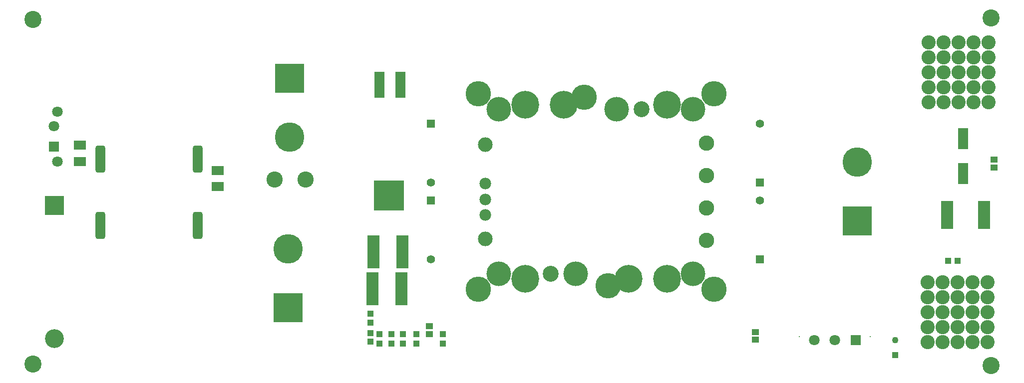
<source format=gts>
G04*
G04 #@! TF.GenerationSoftware,Altium Limited,Altium Designer,19.1.7 (138)*
G04*
G04 Layer_Color=8388736*
%FSLAX25Y25*%
%MOIN*%
G70*
G01*
G75*
%ADD26R,0.06902X0.14383*%
%ADD27R,0.07887X0.18910*%
%ADD28R,0.04147X0.04147*%
%ADD29R,0.04147X0.04147*%
%ADD30R,0.07887X0.06312*%
%ADD31R,0.04537X0.04143*%
%ADD32R,0.20485X0.20485*%
G04:AMPARAMS|DCode=33|XSize=68mil|YSize=183mil|CornerRadius=19mil|HoleSize=0mil|Usage=FLASHONLY|Rotation=0.000|XOffset=0mil|YOffset=0mil|HoleType=Round|Shape=RoundedRectangle|*
%AMROUNDEDRECTD33*
21,1,0.06800,0.14500,0,0,0.0*
21,1,0.03000,0.18300,0,0,0.0*
1,1,0.03800,0.01500,-0.07250*
1,1,0.03800,-0.01500,-0.07250*
1,1,0.03800,-0.01500,0.07250*
1,1,0.03800,0.01500,0.07250*
%
%ADD33ROUNDEDRECTD33*%
%ADD34R,0.08280X0.22060*%
%ADD35R,0.03950X0.03950*%
%ADD36R,0.06706X0.17335*%
%ADD37C,0.16942*%
%ADD38C,0.10642*%
%ADD39C,0.18595*%
%ADD40C,0.16430*%
%ADD41C,0.07769*%
%ADD42C,0.09776*%
%ADD43C,0.10288*%
%ADD44R,0.07099X0.07099*%
%ADD45C,0.07099*%
%ADD46C,0.00800*%
%ADD47C,0.09461*%
%ADD48C,0.11430*%
%ADD49R,0.04343X0.04343*%
%ADD50C,0.04343*%
%ADD51C,0.19698*%
%ADD52R,0.19698X0.19698*%
%ADD53R,0.05524X0.05524*%
%ADD54C,0.05524*%
%ADD55R,0.07099X0.07099*%
%ADD56C,0.12611*%
%ADD57R,0.12611X0.12611*%
%ADD58C,0.10800*%
D26*
X629921Y159252D02*
D03*
Y136024D02*
D03*
D27*
X619291Y108268D02*
D03*
X643701D02*
D03*
D28*
X626083Y77756D02*
D03*
X619980D02*
D03*
D29*
X234252Y42421D02*
D03*
Y36319D02*
D03*
X248031Y28642D02*
D03*
Y22539D02*
D03*
X240158D02*
D03*
Y28642D02*
D03*
X282480Y22539D02*
D03*
Y28642D02*
D03*
X255906D02*
D03*
Y22539D02*
D03*
X264764D02*
D03*
Y28642D02*
D03*
D30*
X132283Y138091D02*
D03*
Y127264D02*
D03*
X40157Y155020D02*
D03*
Y144193D02*
D03*
D31*
X491142Y30217D02*
D03*
Y24902D02*
D03*
X650591Y145374D02*
D03*
Y140059D02*
D03*
X273622Y34154D02*
D03*
Y28839D02*
D03*
D32*
X246457Y121260D02*
D03*
D33*
X118720Y145822D02*
D03*
X53720D02*
D03*
Y101422D02*
D03*
X118720D02*
D03*
D34*
X254921Y59055D02*
D03*
X235630D02*
D03*
X255512Y83858D02*
D03*
X236221D02*
D03*
D35*
X234252Y23622D02*
D03*
Y29528D02*
D03*
D36*
X240158Y195276D02*
D03*
X254331Y195276D02*
D03*
D37*
X392717Y61024D02*
D03*
X376969Y187008D02*
D03*
X306102Y189370D02*
D03*
Y58661D02*
D03*
X463583D02*
D03*
Y189370D02*
D03*
D38*
X320000Y69016D02*
D03*
X415197Y179016D02*
D03*
X354488Y69016D02*
D03*
D39*
X337598Y182205D02*
D03*
X432087Y65827D02*
D03*
X337598D02*
D03*
Y182205D02*
D03*
X432087D02*
D03*
X406496Y65827D02*
D03*
X363189Y182205D02*
D03*
D40*
X371063Y69016D02*
D03*
X398622Y179016D02*
D03*
X449685D02*
D03*
X320000D02*
D03*
Y69016D02*
D03*
X449685D02*
D03*
D41*
X311024Y108268D02*
D03*
Y118583D02*
D03*
Y129449D02*
D03*
D42*
Y92520D02*
D03*
Y155512D02*
D03*
D43*
X458661Y91535D02*
D03*
Y113189D02*
D03*
Y134843D02*
D03*
Y156496D02*
D03*
D44*
X558071Y24606D02*
D03*
D45*
X544291D02*
D03*
X530512D02*
D03*
X22835Y167717D02*
D03*
X25315Y144095D02*
D03*
Y177559D02*
D03*
D46*
X567913Y27087D02*
D03*
X520669D02*
D03*
D47*
X636142Y53307D02*
D03*
X646142D02*
D03*
X626142D02*
D03*
X616142D02*
D03*
X606142D02*
D03*
X646142Y63307D02*
D03*
Y43307D02*
D03*
Y33307D02*
D03*
Y23307D02*
D03*
X606142Y63307D02*
D03*
X616142D02*
D03*
X626142D02*
D03*
X636142D02*
D03*
X606142Y43307D02*
D03*
X616142D02*
D03*
X626142D02*
D03*
X636142D02*
D03*
X606142Y33307D02*
D03*
X616142D02*
D03*
X626142D02*
D03*
X636142D02*
D03*
X606142Y23307D02*
D03*
X616142D02*
D03*
X626142D02*
D03*
X636142D02*
D03*
X636969Y183740D02*
D03*
X626968D02*
D03*
X616968D02*
D03*
X606968D02*
D03*
X636969Y193740D02*
D03*
X626968D02*
D03*
X616968D02*
D03*
X606968D02*
D03*
X636969Y203740D02*
D03*
X626968D02*
D03*
X616968D02*
D03*
X606968D02*
D03*
X636969Y223740D02*
D03*
X626968D02*
D03*
X616968D02*
D03*
X606968D02*
D03*
X646969Y183740D02*
D03*
Y193740D02*
D03*
Y203740D02*
D03*
Y223740D02*
D03*
X606968Y213740D02*
D03*
X616968D02*
D03*
X626968D02*
D03*
X646969D02*
D03*
X636969D02*
D03*
D48*
X648622Y240158D02*
D03*
Y7874D02*
D03*
X8858Y239173D02*
D03*
Y8858D02*
D03*
D49*
X584646Y14764D02*
D03*
D50*
Y24606D02*
D03*
D51*
X559055Y143701D02*
D03*
X179134Y85630D02*
D03*
X180118Y160433D02*
D03*
D52*
X559055Y104331D02*
D03*
X179134Y46260D02*
D03*
X180118Y199803D02*
D03*
D53*
X494095Y129921D02*
D03*
Y78740D02*
D03*
X274606Y169291D02*
D03*
Y118110D02*
D03*
D54*
X494095Y169291D02*
D03*
Y118110D02*
D03*
X274606Y129921D02*
D03*
Y78740D02*
D03*
D55*
X22835Y153937D02*
D03*
D56*
X23228Y25591D02*
D03*
D57*
X23228Y114567D02*
D03*
D58*
X190800Y131900D02*
D03*
X170100Y132200D02*
D03*
M02*

</source>
